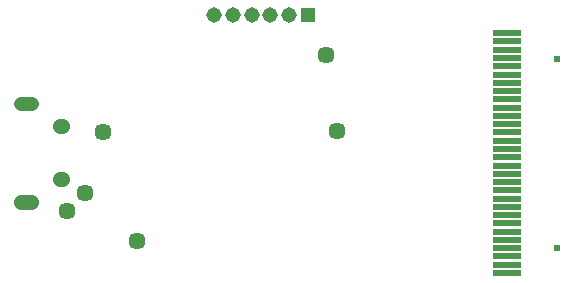
<source format=gbs>
G04 EAGLE Gerber RS-274X export*
G75*
%MOMM*%
%FSLAX34Y34*%
%LPD*%
%INBottom Solder Mask*%
%IPPOS*%
%AMOC8*
5,1,8,0,0,1.08239X$1,22.5*%
G01*
%ADD10R,2.403200X0.553200*%
%ADD11C,0.603200*%
%ADD12R,1.309600X1.309600*%
%ADD13C,1.309600*%
%ADD14C,1.198944*%
%ADD15C,1.155072*%
%ADD16C,1.453200*%


D10*
X424496Y32104D03*
X424496Y39104D03*
X424496Y46104D03*
X424496Y53104D03*
X424496Y60104D03*
X424496Y67104D03*
X424496Y74104D03*
X424496Y81104D03*
X424496Y88104D03*
X424496Y95104D03*
X424496Y102104D03*
X424496Y109104D03*
X424496Y116104D03*
X424496Y123104D03*
X424496Y130104D03*
X424496Y137104D03*
X424496Y144104D03*
X424496Y151104D03*
X424496Y158104D03*
X424496Y165104D03*
X424496Y172104D03*
X424496Y179104D03*
X424496Y186104D03*
X424496Y193104D03*
X424496Y200104D03*
X424496Y207104D03*
X424496Y214104D03*
X424496Y221104D03*
X424496Y228104D03*
X424496Y235104D03*
D11*
X466996Y53604D03*
X466996Y213604D03*
D12*
X256032Y250952D03*
D13*
X240157Y250952D03*
X224282Y250952D03*
X208407Y250952D03*
X192532Y250952D03*
X176657Y250952D03*
D14*
X48798Y110832D02*
X46254Y110832D01*
X46254Y111876D01*
X48798Y111876D01*
X48798Y110832D01*
X48798Y155332D02*
X46254Y155332D01*
X46254Y156376D01*
X48798Y156376D01*
X48798Y155332D01*
D15*
X22267Y175113D02*
X22267Y175595D01*
X22267Y175113D02*
X12785Y175113D01*
X12785Y175595D01*
X22267Y175595D01*
X22267Y92095D02*
X22267Y91613D01*
X12785Y91613D01*
X12785Y92095D01*
X22267Y92095D01*
D16*
X111760Y58928D03*
X82296Y151384D03*
X67056Y99568D03*
X51816Y84328D03*
X271272Y216408D03*
X280416Y152400D03*
M02*

</source>
